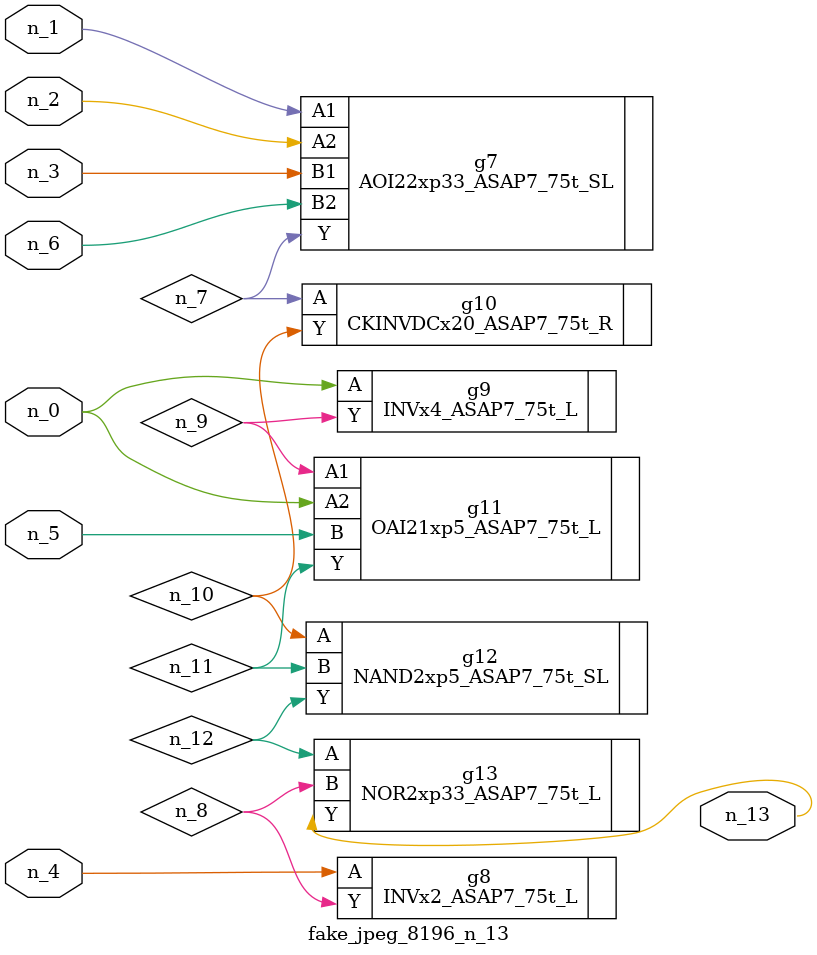
<source format=v>
module fake_jpeg_8196_n_13 (n_3, n_2, n_1, n_0, n_4, n_6, n_5, n_13);

input n_3;
input n_2;
input n_1;
input n_0;
input n_4;
input n_6;
input n_5;

output n_13;

wire n_11;
wire n_10;
wire n_12;
wire n_8;
wire n_9;
wire n_7;

AOI22xp33_ASAP7_75t_SL g7 ( 
.A1(n_1),
.A2(n_2),
.B1(n_3),
.B2(n_6),
.Y(n_7)
);

INVx2_ASAP7_75t_L g8 ( 
.A(n_4),
.Y(n_8)
);

INVx4_ASAP7_75t_L g9 ( 
.A(n_0),
.Y(n_9)
);

CKINVDCx20_ASAP7_75t_R g10 ( 
.A(n_7),
.Y(n_10)
);

NAND2xp5_ASAP7_75t_SL g12 ( 
.A(n_10),
.B(n_11),
.Y(n_12)
);

OAI21xp5_ASAP7_75t_L g11 ( 
.A1(n_9),
.A2(n_0),
.B(n_5),
.Y(n_11)
);

NOR2xp33_ASAP7_75t_L g13 ( 
.A(n_12),
.B(n_8),
.Y(n_13)
);


endmodule
</source>
